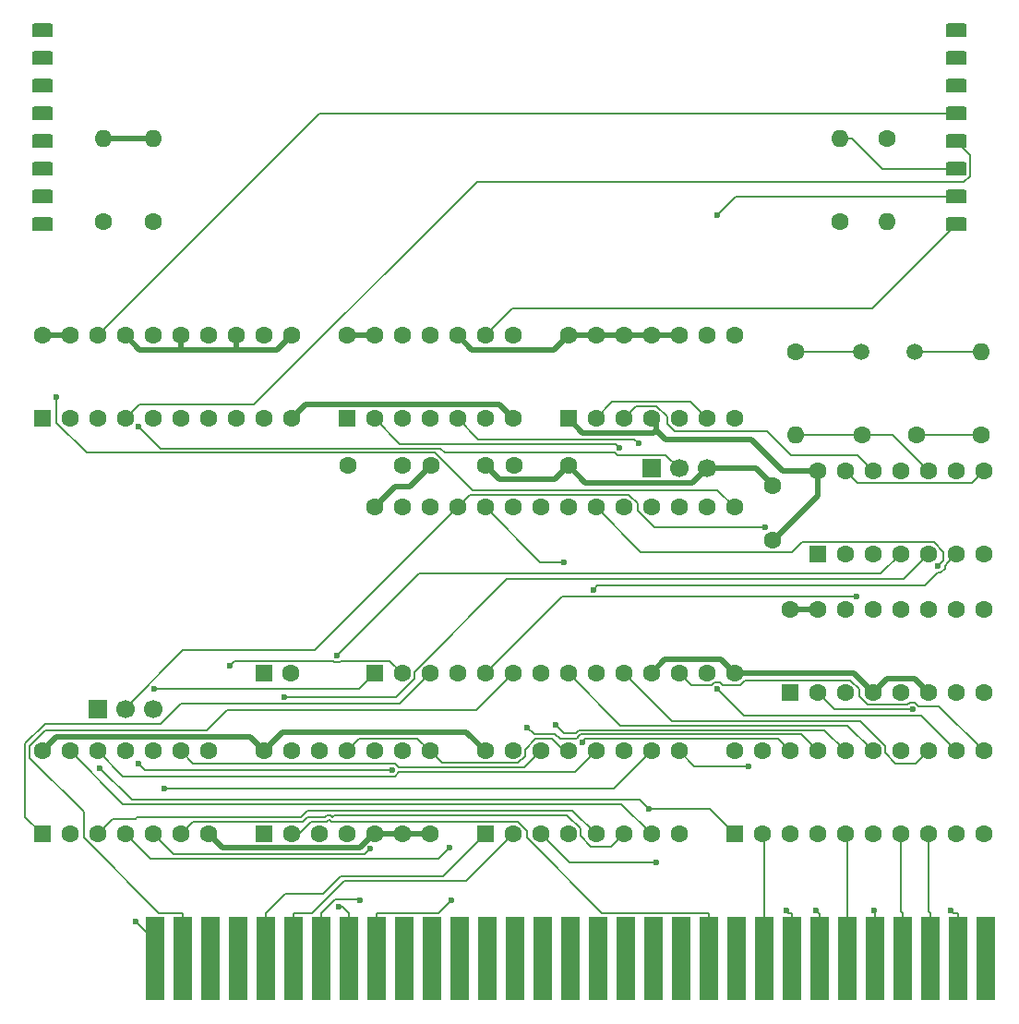
<source format=gbr>
%TF.GenerationSoftware,KiCad,Pcbnew,9.0.1*%
%TF.CreationDate,2025-07-02T19:30:22-06:00*%
%TF.ProjectId,transputer,7472616e-7370-4757-9465-722e6b696361,rev?*%
%TF.SameCoordinates,Original*%
%TF.FileFunction,Copper,L1,Top*%
%TF.FilePolarity,Positive*%
%FSLAX46Y46*%
G04 Gerber Fmt 4.6, Leading zero omitted, Abs format (unit mm)*
G04 Created by KiCad (PCBNEW 9.0.1) date 2025-07-02 19:30:22*
%MOMM*%
%LPD*%
G01*
G04 APERTURE LIST*
G04 Aperture macros list*
%AMRoundRect*
0 Rectangle with rounded corners*
0 $1 Rounding radius*
0 $2 $3 $4 $5 $6 $7 $8 $9 X,Y pos of 4 corners*
0 Add a 4 corners polygon primitive as box body*
4,1,4,$2,$3,$4,$5,$6,$7,$8,$9,$2,$3,0*
0 Add four circle primitives for the rounded corners*
1,1,$1+$1,$2,$3*
1,1,$1+$1,$4,$5*
1,1,$1+$1,$6,$7*
1,1,$1+$1,$8,$9*
0 Add four rect primitives between the rounded corners*
20,1,$1+$1,$2,$3,$4,$5,0*
20,1,$1+$1,$4,$5,$6,$7,0*
20,1,$1+$1,$6,$7,$8,$9,0*
20,1,$1+$1,$8,$9,$2,$3,0*%
G04 Aperture macros list end*
%TA.AperFunction,ComponentPad*%
%ADD10C,1.600000*%
%TD*%
%TA.AperFunction,ComponentPad*%
%ADD11O,1.600000X1.600000*%
%TD*%
%TA.AperFunction,ComponentPad*%
%ADD12RoundRect,0.250000X0.550000X-0.550000X0.550000X0.550000X-0.550000X0.550000X-0.550000X-0.550000X0*%
%TD*%
%TA.AperFunction,ComponentPad*%
%ADD13RoundRect,0.190500X-0.762000X-0.444500X0.762000X-0.444500X0.762000X0.444500X-0.762000X0.444500X0*%
%TD*%
%TA.AperFunction,ComponentPad*%
%ADD14R,1.700000X1.700000*%
%TD*%
%TA.AperFunction,ComponentPad*%
%ADD15C,1.700000*%
%TD*%
%TA.AperFunction,ComponentPad*%
%ADD16R,1.600000X1.600000*%
%TD*%
%TA.AperFunction,ComponentPad*%
%ADD17C,1.500000*%
%TD*%
%TA.AperFunction,ConnectorPad*%
%ADD18R,1.778000X7.620000*%
%TD*%
%TA.AperFunction,ViaPad*%
%ADD19C,0.600000*%
%TD*%
%TA.AperFunction,Conductor*%
%ADD20C,0.200000*%
%TD*%
%TA.AperFunction,Conductor*%
%ADD21C,0.500000*%
%TD*%
G04 APERTURE END LIST*
D10*
%TO.P,R2,1*%
%TO.N,Net-(C1-Pad2)*%
X190246000Y-82804000D03*
D11*
%TO.P,R2,2*%
%TO.N,Net-(R2-Pad2)*%
X190246000Y-75184000D03*
%TD*%
D10*
%TO.P,C1,1*%
%TO.N,Net-(C1-Pad1)*%
X179364000Y-82804000D03*
%TO.P,C1,2*%
%TO.N,Net-(C1-Pad2)*%
X184364000Y-82804000D03*
%TD*%
D12*
%TO.P,U3,1,A0*%
%TO.N,Net-(J1-BA04)*%
X144780000Y-119375000D03*
D10*
%TO.P,U3,2,A1*%
%TO.N,Net-(J1-BA05)*%
X147320000Y-119375000D03*
%TO.P,U3,3,A2*%
%TO.N,Net-(J1-~{IOW})*%
X149860000Y-119375000D03*
%TO.P,U3,4,E1*%
%TO.N,Net-(U3-E1)*%
X152400000Y-119375000D03*
%TO.P,U3,5,E2*%
%TO.N,Net-(U3-E2)*%
X154940000Y-119375000D03*
%TO.P,U3,6,E3*%
%TO.N,Net-(U3-E3)*%
X157480000Y-119375000D03*
%TO.P,U3,7,O7*%
%TO.N,Net-(U3-O7)*%
X160020000Y-119375000D03*
%TO.P,U3,8,GND*%
%TO.N,GND*%
X162560000Y-119375000D03*
%TO.P,U3,9,O6*%
%TO.N,Net-(U3-O6)*%
X162560000Y-111755000D03*
%TO.P,U3,10,O5*%
%TO.N,Net-(U3-O5)*%
X160020000Y-111755000D03*
%TO.P,U3,11,O4*%
%TO.N,unconnected-(U3-O4-Pad11)*%
X157480000Y-111755000D03*
%TO.P,U3,12,O3*%
%TO.N,Net-(U3-O3)*%
X154940000Y-111755000D03*
%TO.P,U3,13,O2*%
%TO.N,Net-(U3-O2)*%
X152400000Y-111755000D03*
%TO.P,U3,14,O1*%
%TO.N,Net-(U3-O1)*%
X149860000Y-111755000D03*
%TO.P,U3,15,O0*%
%TO.N,unconnected-(U3-O0-Pad15)*%
X147320000Y-111755000D03*
%TO.P,U3,16,VCC*%
%TO.N,+5V*%
X144780000Y-111755000D03*
%TD*%
D13*
%TO.P,U8,1,Link2out*%
%TO.N,unconnected-(U8-Link2out-Pad1)*%
X104140000Y-45720000D03*
%TO.P,U8,2,Link2in*%
%TO.N,Net-(U8-Link2in)*%
X104140000Y-48260000D03*
%TO.P,U8,3,VCC*%
%TO.N,+5V*%
X104140000Y-50800000D03*
%TO.P,U8,4,Link1out*%
%TO.N,unconnected-(U8-Link1out-Pad4)*%
X104140000Y-53340000D03*
%TO.P,U8,5,Link1in*%
%TO.N,Net-(U8-Link1in)*%
X104140000Y-55880000D03*
%TO.P,U8,6,LinkSpeedA*%
%TO.N,Net-(JP1-C)*%
X104140000Y-58420000D03*
%TO.P,U8,7,LinkSpeedB*%
X104140000Y-60960000D03*
%TO.P,U8,8,ClockIn*%
%TO.N,/5 mhz.*%
X104140000Y-63500000D03*
%TO.P,U8,9,Analyse*%
%TO.N,Net-(U7B-Q)*%
X187960000Y-63500000D03*
%TO.P,U8,10,Reset*%
%TO.N,Net-(U11-Reset)*%
X187960000Y-60960000D03*
%TO.P,U8,11,notError*%
%TO.N,Net-(U6-I1)*%
X187960000Y-58420000D03*
%TO.P,U8,12,Link0out*%
%TO.N,Net-(U10-I1a)*%
X187960000Y-55880000D03*
%TO.P,U8,13,Link0in*%
%TO.N,Net-(U10-O0a)*%
X187960000Y-53340000D03*
%TO.P,U8,14,GND*%
%TO.N,GND*%
X187960000Y-50800000D03*
%TO.P,U8,15,Link3out*%
%TO.N,unconnected-(U8-Link3out-Pad15)*%
X187960000Y-48260000D03*
%TO.P,U8,16,Link3in*%
%TO.N,Net-(U8-Link3in)*%
X187960000Y-45720000D03*
%TD*%
D14*
%TO.P,JP2,1,A*%
%TO.N,/0150h*%
X109220000Y-107950000D03*
D15*
%TO.P,JP2,2,C*%
%TO.N,Net-(JP2-C)*%
X111760000Y-107950000D03*
%TO.P,JP2,3,B*%
%TO.N,/0170h*%
X114300000Y-107950000D03*
%TD*%
D12*
%TO.P,U6,1,OEa*%
%TO.N,Net-(U3-O6)*%
X172720000Y-106421000D03*
D10*
%TO.P,U6,2,I1*%
%TO.N,Net-(U6-I1)*%
X175260000Y-106421000D03*
%TO.P,U6,3,O1a*%
%TO.N,Net-(J1-DB0)*%
X177800000Y-106421000D03*
%TO.P,U6,4,I2*%
%TO.N,GND*%
X180340000Y-106421000D03*
%TO.P,U6,5,O2a*%
%TO.N,unconnected-(U6-O2a-Pad5)*%
X182880000Y-106421000D03*
%TO.P,U6,6,I3*%
%TO.N,GND*%
X185420000Y-106421000D03*
%TO.P,U6,7,O3a*%
%TO.N,unconnected-(U6-O3a-Pad7)*%
X187960000Y-106421000D03*
%TO.P,U6,8,GND*%
%TO.N,GND*%
X190500000Y-106421000D03*
%TO.P,U6,9,O4a*%
%TO.N,unconnected-(U6-O4a-Pad9)*%
X190500000Y-98801000D03*
%TO.P,U6,10,I4*%
%TO.N,GND*%
X187960000Y-98801000D03*
%TO.P,U6,11,O5b*%
%TO.N,unconnected-(U6-O5b-Pad11)*%
X185420000Y-98801000D03*
%TO.P,U6,12,I5*%
%TO.N,GND*%
X182880000Y-98801000D03*
%TO.P,U6,13,O6b*%
%TO.N,unconnected-(U6-O6b-Pad13)*%
X180340000Y-98801000D03*
%TO.P,U6,14,I6*%
%TO.N,GND*%
X177800000Y-98801000D03*
%TO.P,U6,15,OEb*%
%TO.N,+5V*%
X175260000Y-98801000D03*
%TO.P,U6,16,VCC*%
X172720000Y-98801000D03*
%TD*%
%TO.P,R3,1*%
%TO.N,Net-(U8-Link2in)*%
X114300000Y-63246000D03*
D11*
%TO.P,R3,2*%
%TO.N,GND*%
X114300000Y-55626000D03*
%TD*%
D12*
%TO.P,U10,1,OEa*%
%TO.N,GND*%
X104140000Y-81280000D03*
D10*
%TO.P,U10,2,I0a*%
%TO.N,Net-(U10-I0a)*%
X106680000Y-81280000D03*
%TO.P,U10,3,O3b*%
%TO.N,unconnected-(U10-O3b-Pad3)*%
X109220000Y-81280000D03*
%TO.P,U10,4,I1a*%
%TO.N,Net-(U10-I1a)*%
X111760000Y-81280000D03*
%TO.P,U10,5,O2b*%
%TO.N,unconnected-(U10-O2b-Pad5)*%
X114300000Y-81280000D03*
%TO.P,U10,6,I2a*%
%TO.N,GND*%
X116840000Y-81280000D03*
%TO.P,U10,7,O1b*%
%TO.N,unconnected-(U10-O1b-Pad7)*%
X119380000Y-81280000D03*
%TO.P,U10,8,I3a*%
%TO.N,GND*%
X121920000Y-81280000D03*
%TO.P,U10,9,O0b*%
%TO.N,unconnected-(U10-O0b-Pad9)*%
X124460000Y-81280000D03*
%TO.P,U10,10,GND*%
%TO.N,GND*%
X127000000Y-81280000D03*
%TO.P,U10,11,I0b*%
X127000000Y-73660000D03*
%TO.P,U10,12,O3a*%
%TO.N,unconnected-(U10-O3a-Pad12)*%
X124460000Y-73660000D03*
%TO.P,U10,13,I1b*%
%TO.N,GND*%
X121920000Y-73660000D03*
%TO.P,U10,14,O2a*%
%TO.N,unconnected-(U10-O2a-Pad14)*%
X119380000Y-73660000D03*
%TO.P,U10,15,I2b*%
%TO.N,GND*%
X116840000Y-73660000D03*
%TO.P,U10,16,O1a*%
%TO.N,Net-(U10-O1a)*%
X114300000Y-73660000D03*
%TO.P,U10,17,I3b*%
%TO.N,GND*%
X111760000Y-73660000D03*
%TO.P,U10,18,O0a*%
%TO.N,Net-(U10-O0a)*%
X109220000Y-73660000D03*
%TO.P,U10,19,OEb*%
%TO.N,+5V*%
X106680000Y-73660000D03*
%TO.P,U10,20,VCC*%
X104140000Y-73660000D03*
%TD*%
%TO.P,R1,1*%
%TO.N,Net-(R1-Pad1)*%
X173228000Y-75184000D03*
D11*
%TO.P,R1,2*%
%TO.N,Net-(C1-Pad1)*%
X173228000Y-82804000D03*
%TD*%
D14*
%TO.P,JP1,1,A*%
%TO.N,+5V*%
X160020000Y-85852000D03*
D15*
%TO.P,JP1,2,C*%
%TO.N,Net-(JP1-C)*%
X162560000Y-85852000D03*
%TO.P,JP1,3,B*%
%TO.N,GND*%
X165100000Y-85852000D03*
%TD*%
D12*
%TO.P,U2,1*%
%TO.N,Net-(J1-~{IOW})*%
X104140000Y-119375000D03*
D10*
%TO.P,U2,2*%
%TO.N,Net-(J1-~{IOR})*%
X106680000Y-119375000D03*
%TO.P,U2,3*%
%TO.N,Net-(U3-E2)*%
X109220000Y-119375000D03*
%TO.P,U2,4*%
%TO.N,Net-(J1-BA08)*%
X111760000Y-119375000D03*
%TO.P,U2,5*%
%TO.N,Net-(J1-BA06)*%
X114300000Y-119375000D03*
%TO.P,U2,6*%
%TO.N,Net-(U3-E3)*%
X116840000Y-119375000D03*
%TO.P,U2,7,GND*%
%TO.N,GND*%
X119380000Y-119375000D03*
%TO.P,U2,8*%
%TO.N,/0150h*%
X119380000Y-111755000D03*
%TO.P,U2,9*%
%TO.N,Net-(U3-O1)*%
X116840000Y-111755000D03*
%TO.P,U2,10*%
%TO.N,Net-(U3-O5)*%
X114300000Y-111755000D03*
%TO.P,U2,11*%
%TO.N,/0170h*%
X111760000Y-111755000D03*
%TO.P,U2,12*%
%TO.N,Net-(U3-O3)*%
X109220000Y-111755000D03*
%TO.P,U2,13*%
%TO.N,Net-(U3-O7)*%
X106680000Y-111755000D03*
%TO.P,U2,14,VCC*%
%TO.N,+5V*%
X104140000Y-111755000D03*
%TD*%
%TO.P,C5,1*%
%TO.N,+5V*%
X171150000Y-92416000D03*
%TO.P,C5,2*%
%TO.N,GND*%
X171150000Y-87416000D03*
%TD*%
D16*
%TO.P,C6,1*%
%TO.N,+5V*%
X124460000Y-104648000D03*
D10*
%TO.P,C6,2*%
%TO.N,GND*%
X126960000Y-104648000D03*
%TD*%
%TO.P,C4,1*%
%TO.N,+5V*%
X147400000Y-85598000D03*
%TO.P,C4,2*%
%TO.N,GND*%
X152400000Y-85598000D03*
%TD*%
D12*
%TO.P,U5,1*%
%TO.N,GND*%
X175260000Y-93726000D03*
D10*
%TO.P,U5,2*%
%TO.N,unconnected-(U5-Pad2)*%
X177800000Y-93726000D03*
%TO.P,U5,3*%
%TO.N,Net-(J1-BA00)*%
X180340000Y-93726000D03*
%TO.P,U5,4*%
%TO.N,Net-(U4-Pad12)*%
X182880000Y-93726000D03*
%TO.P,U5,5*%
%TO.N,Net-(U4-Pad1)*%
X185420000Y-93726000D03*
%TO.P,U5,6*%
%TO.N,Net-(U3-E1)*%
X187960000Y-93726000D03*
%TO.P,U5,7,GND*%
%TO.N,GND*%
X190500000Y-93726000D03*
%TO.P,U5,8*%
%TO.N,Net-(R2-Pad2)*%
X190500000Y-86106000D03*
%TO.P,U5,9*%
%TO.N,Net-(C1-Pad2)*%
X187960000Y-86106000D03*
%TO.P,U5,10*%
%TO.N,Net-(C1-Pad1)*%
X185420000Y-86106000D03*
%TO.P,U5,11*%
%TO.N,Net-(R1-Pad1)*%
X182880000Y-86106000D03*
%TO.P,U5,12*%
%TO.N,Net-(U9A-C)*%
X180340000Y-86106000D03*
%TO.P,U5,13*%
%TO.N,Net-(R2-Pad2)*%
X177800000Y-86106000D03*
%TO.P,U5,14,VCC*%
%TO.N,+5V*%
X175260000Y-86106000D03*
%TD*%
%TO.P,C2,1*%
%TO.N,+5V*%
X132160000Y-85598000D03*
%TO.P,C2,2*%
%TO.N,Net-(U11-CapMinus)*%
X137160000Y-85598000D03*
%TD*%
%TO.P,R6,1*%
%TO.N,+5V*%
X177292000Y-63246000D03*
D11*
%TO.P,R6,2*%
%TO.N,Net-(U6-I1)*%
X177292000Y-55626000D03*
%TD*%
D12*
%TO.P,U1,1,A->B*%
%TO.N,Net-(J1-~{IOR})*%
X167640000Y-119380000D03*
D10*
%TO.P,U1,2,A0*%
%TO.N,Net-(J1-DB0)*%
X170180000Y-119380000D03*
%TO.P,U1,3,A1*%
%TO.N,Net-(J1-DB1)*%
X172720000Y-119380000D03*
%TO.P,U1,4,A2*%
%TO.N,Net-(J1-DB2)*%
X175260000Y-119380000D03*
%TO.P,U1,5,A3*%
%TO.N,Net-(J1-DB3)*%
X177800000Y-119380000D03*
%TO.P,U1,6,A4*%
%TO.N,Net-(J1-DB4)*%
X180340000Y-119380000D03*
%TO.P,U1,7,A5*%
%TO.N,Net-(J1-DB5)*%
X182880000Y-119380000D03*
%TO.P,U1,8,A6*%
%TO.N,Net-(J1-DB6)*%
X185420000Y-119380000D03*
%TO.P,U1,9,A7*%
%TO.N,Net-(J1-DB7)*%
X187960000Y-119380000D03*
%TO.P,U1,10,GND*%
%TO.N,GND*%
X190500000Y-119380000D03*
%TO.P,U1,11,B7*%
%TO.N,Net-(U1-B7)*%
X190500000Y-111760000D03*
%TO.P,U1,12,B6*%
%TO.N,Net-(U1-B6)*%
X187960000Y-111760000D03*
%TO.P,U1,13,B5*%
%TO.N,Net-(U1-B5)*%
X185420000Y-111760000D03*
%TO.P,U1,14,B4*%
%TO.N,Net-(U1-B4)*%
X182880000Y-111760000D03*
%TO.P,U1,15,B3*%
%TO.N,Net-(U1-B3)*%
X180340000Y-111760000D03*
%TO.P,U1,16,B2*%
%TO.N,Net-(U1-B2)*%
X177800000Y-111760000D03*
%TO.P,U1,17,B1*%
%TO.N,Net-(U1-B1)*%
X175260000Y-111760000D03*
%TO.P,U1,18,B0*%
%TO.N,Net-(U1-B0)*%
X172720000Y-111760000D03*
%TO.P,U1,19,CE*%
%TO.N,Net-(JP2-C)*%
X170180000Y-111760000D03*
%TO.P,U1,20,VCC*%
%TO.N,+5V*%
X167640000Y-111760000D03*
%TD*%
%TO.P,R4,1*%
%TO.N,Net-(U8-Link1in)*%
X109728000Y-63246000D03*
D11*
%TO.P,R4,2*%
%TO.N,GND*%
X109728000Y-55626000D03*
%TD*%
D12*
%TO.P,U4,1*%
%TO.N,Net-(U4-Pad1)*%
X124460000Y-119375000D03*
D10*
%TO.P,U4,2*%
%TO.N,Net-(J1-AEN)*%
X127000000Y-119375000D03*
%TO.P,U4,3*%
%TO.N,Net-(J1-BA07)*%
X129540000Y-119375000D03*
%TO.P,U4,4*%
%TO.N,unconnected-(U4-Pad4)*%
X132080000Y-119375000D03*
%TO.P,U4,5*%
%TO.N,GND*%
X134620000Y-119375000D03*
%TO.P,U4,6*%
X137160000Y-119375000D03*
%TO.P,U4,7,GND*%
X139700000Y-119375000D03*
%TO.P,U4,8*%
%TO.N,Net-(U3-O2)*%
X139700000Y-111755000D03*
%TO.P,U4,9*%
%TO.N,Net-(J1-BA00)*%
X137160000Y-111755000D03*
%TO.P,U4,10*%
%TO.N,Net-(U7A-C)*%
X134620000Y-111755000D03*
%TO.P,U4,11*%
%TO.N,Net-(U3-O2)*%
X132080000Y-111755000D03*
%TO.P,U4,12*%
%TO.N,Net-(U4-Pad12)*%
X129540000Y-111755000D03*
%TO.P,U4,13*%
%TO.N,Net-(U7B-C)*%
X127000000Y-111755000D03*
%TO.P,U4,14,VCC*%
%TO.N,+5V*%
X124460000Y-111755000D03*
%TD*%
D17*
%TO.P,Y1,1,1*%
%TO.N,Net-(R1-Pad1)*%
X179270000Y-75184000D03*
%TO.P,Y1,2,2*%
%TO.N,Net-(R2-Pad2)*%
X184150000Y-75184000D03*
%TD*%
D10*
%TO.P,R5,1*%
%TO.N,Net-(U8-Link3in)*%
X181610000Y-55626000D03*
D11*
%TO.P,R5,2*%
%TO.N,GND*%
X181610000Y-63246000D03*
%TD*%
D12*
%TO.P,U9,1,~{R}*%
%TO.N,+5V*%
X152400000Y-81280000D03*
D10*
%TO.P,U9,2,D*%
%TO.N,Net-(U9A-D)*%
X154940000Y-81280000D03*
%TO.P,U9,3,C*%
%TO.N,Net-(U9A-C)*%
X157480000Y-81280000D03*
%TO.P,U9,4,~{S}*%
%TO.N,+5V*%
X160020000Y-81280000D03*
%TO.P,U9,5,Q*%
%TO.N,/5 mhz.*%
X162560000Y-81280000D03*
%TO.P,U9,6,~{Q}*%
%TO.N,Net-(U9A-D)*%
X165100000Y-81280000D03*
%TO.P,U9,7,GND*%
%TO.N,GND*%
X167640000Y-81280000D03*
%TO.P,U9,8,~{Q}*%
%TO.N,unconnected-(U9B-~{Q}-Pad8)*%
X167640000Y-73660000D03*
%TO.P,U9,9,Q*%
%TO.N,unconnected-(U9B-Q-Pad9)*%
X165100000Y-73660000D03*
%TO.P,U9,10,~{S}*%
%TO.N,+5V*%
X162560000Y-73660000D03*
%TO.P,U9,11,C*%
X160020000Y-73660000D03*
%TO.P,U9,12,D*%
X157480000Y-73660000D03*
%TO.P,U9,13,~{R}*%
X154940000Y-73660000D03*
%TO.P,U9,14,VCC*%
X152400000Y-73660000D03*
%TD*%
D12*
%TO.P,U11,1,LinkOut*%
%TO.N,Net-(U10-I0a)*%
X134620000Y-104648000D03*
D10*
%TO.P,U11,2,LinkIn*%
%TO.N,Net-(U10-O1a)*%
X137160000Y-104648000D03*
%TO.P,U11,3,RnotW*%
%TO.N,Net-(J1-~{IOW})*%
X139700000Y-104648000D03*
%TO.P,U11,4,OutputInt*%
%TO.N,unconnected-(U11-OutputInt-Pad4)*%
X142240000Y-104648000D03*
%TO.P,U11,5,RS0*%
%TO.N,Net-(J1-BA00)*%
X144780000Y-104648000D03*
%TO.P,U11,6,RS1*%
%TO.N,Net-(J1-BA01)*%
X147320000Y-104648000D03*
%TO.P,U11,7,DoNotWire*%
%TO.N,unconnected-(U11-DoNotWire-Pad7)*%
X149860000Y-104648000D03*
%TO.P,U11,8,D3*%
%TO.N,Net-(U1-B3)*%
X152400000Y-104648000D03*
%TO.P,U11,9,DoNotWire*%
%TO.N,unconnected-(U11-DoNotWire-Pad9)*%
X154940000Y-104648000D03*
%TO.P,U11,10,D5*%
%TO.N,Net-(U1-B5)*%
X157480000Y-104648000D03*
%TO.P,U11,11,HoldToGND*%
%TO.N,GND*%
X160020000Y-104648000D03*
%TO.P,U11,12,D7*%
%TO.N,Net-(U1-B7)*%
X162560000Y-104648000D03*
%TO.P,U11,13,Reset*%
%TO.N,Net-(U11-Reset)*%
X165100000Y-104648000D03*
%TO.P,U11,14,GND*%
%TO.N,GND*%
X167640000Y-104648000D03*
%TO.P,U11,15,ClockIn*%
%TO.N,/5 mhz.*%
X167640000Y-89408000D03*
%TO.P,U11,16,SeparateIQ*%
%TO.N,GND*%
X165100000Y-89408000D03*
%TO.P,U11,17,LinkSpeed*%
%TO.N,Net-(JP1-C)*%
X162560000Y-89408000D03*
%TO.P,U11,18,D6*%
%TO.N,Net-(U1-B6)*%
X160020000Y-89408000D03*
%TO.P,U11,19,DoNotWire*%
%TO.N,unconnected-(U11-DoNotWire-Pad19)*%
X157480000Y-89408000D03*
%TO.P,U11,20,D4*%
%TO.N,Net-(U1-B4)*%
X154940000Y-89408000D03*
%TO.P,U11,21,DoNotWire*%
%TO.N,unconnected-(U11-DoNotWire-Pad21)*%
X152400000Y-89408000D03*
%TO.P,U11,22,D2*%
%TO.N,Net-(U1-B2)*%
X149860000Y-89408000D03*
%TO.P,U11,23,D1*%
%TO.N,Net-(U1-B1)*%
X147320000Y-89408000D03*
%TO.P,U11,24,D0*%
%TO.N,Net-(U1-B0)*%
X144780000Y-89408000D03*
%TO.P,U11,25,notCS*%
%TO.N,Net-(JP2-C)*%
X142240000Y-89408000D03*
%TO.P,U11,26,InputInt*%
%TO.N,unconnected-(U11-InputInt-Pad26)*%
X139700000Y-89408000D03*
%TO.P,U11,27,CapMinus*%
%TO.N,Net-(U11-CapMinus)*%
X137160000Y-89408000D03*
%TO.P,U11,28,VCC*%
%TO.N,+5V*%
X134620000Y-89408000D03*
%TD*%
D12*
%TO.P,U7,1,~{R}*%
%TO.N,+5V*%
X132080000Y-81280000D03*
D10*
%TO.P,U7,2,D*%
%TO.N,Net-(J1-DB0)*%
X134620000Y-81280000D03*
%TO.P,U7,3,C*%
%TO.N,Net-(U7A-C)*%
X137160000Y-81280000D03*
%TO.P,U7,4,~{S}*%
%TO.N,+5V*%
X139700000Y-81280000D03*
%TO.P,U7,5,Q*%
%TO.N,Net-(U11-Reset)*%
X142240000Y-81280000D03*
%TO.P,U7,6,~{Q}*%
%TO.N,unconnected-(U7A-~{Q}-Pad6)*%
X144780000Y-81280000D03*
%TO.P,U7,7,GND*%
%TO.N,GND*%
X147320000Y-81280000D03*
%TO.P,U7,8,~{Q}*%
%TO.N,unconnected-(U7B-~{Q}-Pad8)*%
X147320000Y-73660000D03*
%TO.P,U7,9,Q*%
%TO.N,Net-(U7B-Q)*%
X144780000Y-73660000D03*
%TO.P,U7,10,~{S}*%
%TO.N,+5V*%
X142240000Y-73660000D03*
%TO.P,U7,11,C*%
%TO.N,Net-(U7B-C)*%
X139700000Y-73660000D03*
%TO.P,U7,12,D*%
%TO.N,Net-(J1-DB0)*%
X137160000Y-73660000D03*
%TO.P,U7,13,~{R}*%
%TO.N,+5V*%
X134620000Y-73660000D03*
%TO.P,U7,14,VCC*%
X132080000Y-73660000D03*
%TD*%
%TO.P,C3,1*%
%TO.N,+5V*%
X139780000Y-85598000D03*
%TO.P,C3,2*%
%TO.N,GND*%
X144780000Y-85598000D03*
%TD*%
D18*
%TO.P,J1,32,IO*%
%TO.N,unconnected-(J1-IO-Pad32)*%
X190690000Y-130750000D03*
%TO.P,J1,33,DB7*%
%TO.N,Net-(J1-DB7)*%
X188150000Y-130750000D03*
%TO.P,J1,34,DB6*%
%TO.N,Net-(J1-DB6)*%
X185610000Y-130750000D03*
%TO.P,J1,35,DB5*%
%TO.N,Net-(J1-DB5)*%
X183070000Y-130750000D03*
%TO.P,J1,36,DB4*%
%TO.N,Net-(J1-DB4)*%
X180530000Y-130750000D03*
%TO.P,J1,37,DB3*%
%TO.N,Net-(J1-DB3)*%
X177990000Y-130750000D03*
%TO.P,J1,38,DB2*%
%TO.N,Net-(J1-DB2)*%
X175450000Y-130750000D03*
%TO.P,J1,39,DB1*%
%TO.N,Net-(J1-DB1)*%
X172910000Y-130750000D03*
%TO.P,J1,40,DB0*%
%TO.N,Net-(J1-DB0)*%
X170370000Y-130750000D03*
%TO.P,J1,41,IO_READY*%
%TO.N,unconnected-(J1-IO_READY-Pad41)*%
X167830000Y-130750000D03*
%TO.P,J1,42,AEN*%
%TO.N,Net-(J1-AEN)*%
X165290000Y-130750000D03*
%TO.P,J1,43,BA19*%
%TO.N,unconnected-(J1-BA19-Pad43)*%
X162750000Y-130750000D03*
%TO.P,J1,44,BA18*%
%TO.N,unconnected-(J1-BA18-Pad44)*%
X160210000Y-130750000D03*
%TO.P,J1,45,BA17*%
%TO.N,unconnected-(J1-BA17-Pad45)*%
X157670000Y-130750000D03*
%TO.P,J1,46,BA16*%
%TO.N,unconnected-(J1-BA16-Pad46)*%
X155130000Y-130750000D03*
%TO.P,J1,47,BA15*%
%TO.N,unconnected-(J1-BA15-Pad47)*%
X152590000Y-130750000D03*
%TO.P,J1,48,BA14*%
%TO.N,unconnected-(J1-BA14-Pad48)*%
X150050000Y-130750000D03*
%TO.P,J1,49,BA13*%
%TO.N,unconnected-(J1-BA13-Pad49)*%
X147510000Y-130750000D03*
%TO.P,J1,50,BA12*%
%TO.N,unconnected-(J1-BA12-Pad50)*%
X144970000Y-130750000D03*
%TO.P,J1,51,BA11*%
%TO.N,unconnected-(J1-BA11-Pad51)*%
X142430000Y-130750000D03*
%TO.P,J1,52,BA10*%
%TO.N,unconnected-(J1-BA10-Pad52)*%
X139890000Y-130750000D03*
%TO.P,J1,53,BA09*%
%TO.N,unconnected-(J1-BA09-Pad53)*%
X137350000Y-130750000D03*
%TO.P,J1,54,BA08*%
%TO.N,Net-(J1-BA08)*%
X134810000Y-130750000D03*
%TO.P,J1,55,BA07*%
%TO.N,Net-(J1-BA07)*%
X132270000Y-130750000D03*
%TO.P,J1,56,BA06*%
%TO.N,Net-(J1-BA06)*%
X129730000Y-130750000D03*
%TO.P,J1,57,BA05*%
%TO.N,Net-(J1-BA05)*%
X127190000Y-130750000D03*
%TO.P,J1,58,BA04*%
%TO.N,Net-(J1-BA04)*%
X124650000Y-130750000D03*
%TO.P,J1,59,BA03*%
%TO.N,unconnected-(J1-BA03-Pad59)*%
X122110000Y-130750000D03*
%TO.P,J1,60,BA02*%
%TO.N,unconnected-(J1-BA02-Pad60)*%
X119570000Y-130750000D03*
%TO.P,J1,61,BA01*%
%TO.N,Net-(J1-BA01)*%
X117030000Y-130750000D03*
%TO.P,J1,62,BA00*%
%TO.N,Net-(J1-BA00)*%
X114490000Y-130750000D03*
%TD*%
D19*
%TO.N,Net-(U6-I1)*%
X183971500Y-107939900D03*
%TO.N,Net-(U1-B6)*%
X166075300Y-106085400D03*
%TO.N,Net-(J1-~{IOW})*%
X160481100Y-121998600D03*
%TO.N,Net-(U11-Reset)*%
X166075300Y-62611600D03*
X158881200Y-83583000D03*
%TO.N,Net-(J1-BA00)*%
X136246300Y-113488100D03*
X178873400Y-97558100D03*
X112685500Y-127362000D03*
X112994700Y-112954100D03*
%TO.N,Net-(U10-O1a)*%
X121330200Y-103963000D03*
%TO.N,Net-(U1-B0)*%
X153670100Y-110963800D03*
X151979700Y-94468700D03*
%TO.N,Net-(U10-I0a)*%
X114408000Y-106053500D03*
%TO.N,Net-(JP1-C)*%
X112994700Y-81983800D03*
%TO.N,/5 mhz.*%
X105428800Y-79302200D03*
%TO.N,Net-(U1-B1)*%
X148660400Y-109593100D03*
%TO.N,Net-(U1-B2)*%
X151207100Y-109392200D03*
%TO.N,Net-(U1-B4)*%
X186338200Y-94807800D03*
%TO.N,Net-(JP2-C)*%
X170472800Y-91251500D03*
%TO.N,Net-(J1-~{IOR})*%
X109432900Y-113303500D03*
X159829000Y-117100900D03*
%TO.N,Net-(J1-DB1)*%
X172395800Y-126415200D03*
%TO.N,Net-(J1-DB2)*%
X175157200Y-126415200D03*
%TO.N,Net-(J1-DB7)*%
X187473000Y-126415200D03*
%TO.N,Net-(J1-DB4)*%
X180458700Y-126415200D03*
%TO.N,Net-(U3-O6)*%
X168981200Y-113150500D03*
%TO.N,Net-(U3-O5)*%
X115366000Y-115175900D03*
%TO.N,Net-(U3-E1)*%
X154702600Y-96978300D03*
%TO.N,Net-(J1-BA06)*%
X134245200Y-120736400D03*
X133263400Y-125433400D03*
%TO.N,Net-(J1-BA08)*%
X141491800Y-120657100D03*
X141674800Y-125453100D03*
%TO.N,Net-(U4-Pad12)*%
X131172400Y-103025600D03*
%TO.N,Net-(J1-BA07)*%
X131380800Y-126015100D03*
%TO.N,Net-(U4-Pad1)*%
X126353100Y-106823500D03*
%TO.N,Net-(J1-DB0)*%
X157126600Y-84000800D03*
%TD*%
D20*
%TO.N,Net-(C1-Pad1)*%
X182118000Y-82804000D02*
X185420000Y-86106000D01*
X179364000Y-82804000D02*
X182118000Y-82804000D01*
X179364000Y-82804000D02*
X173228000Y-82804000D01*
%TO.N,Net-(R1-Pad1)*%
X179270000Y-75184000D02*
X173228000Y-75184000D01*
%TO.N,Net-(R2-Pad2)*%
X177800000Y-86106000D02*
X178911100Y-87217100D01*
X184150000Y-75184000D02*
X190246000Y-75184000D01*
X178911100Y-87217100D02*
X189388900Y-87217100D01*
X189388900Y-87217100D02*
X190500000Y-86106000D01*
%TO.N,Net-(C1-Pad2)*%
X190246000Y-82804000D02*
X184364000Y-82804000D01*
D21*
%TO.N,GND*%
X134620000Y-119375000D02*
X134543600Y-119375000D01*
X153978800Y-87176800D02*
X163775200Y-87176800D01*
X113063100Y-74963100D02*
X116840000Y-74963100D01*
X116840000Y-74963100D02*
X116840000Y-73660000D01*
X185420000Y-106421000D02*
X184158600Y-105159600D01*
X165100000Y-85852000D02*
X169632000Y-85852000D01*
X146059800Y-80019800D02*
X147320000Y-81280000D01*
X181601400Y-105159600D02*
X180340000Y-106421000D01*
X127000000Y-81280000D02*
X128260200Y-80019800D01*
X136955400Y-119375000D02*
X139700000Y-119375000D01*
X136955400Y-119375000D02*
X134620000Y-119375000D01*
X121920000Y-74963100D02*
X125696900Y-74963100D01*
X161272700Y-103395300D02*
X160020000Y-104648000D01*
X144780000Y-85598000D02*
X146056400Y-86874400D01*
X152400000Y-85598000D02*
X153978800Y-87176800D01*
X116840000Y-74963100D02*
X121920000Y-74963100D01*
X111760000Y-73660000D02*
X113063100Y-74963100D01*
X120660300Y-120655300D02*
X119380000Y-119375000D01*
X137160000Y-119375000D02*
X136955400Y-119375000D01*
X114300000Y-55626000D02*
X109728000Y-55626000D01*
X128260200Y-80019800D02*
X146059800Y-80019800D01*
X167640000Y-104648000D02*
X166387300Y-103395300D01*
X180340000Y-106421000D02*
X178567000Y-104648000D01*
X151123600Y-86874400D02*
X152400000Y-85598000D01*
X134543600Y-119375000D02*
X133263300Y-120655300D01*
X146056400Y-86874400D02*
X151123600Y-86874400D01*
X163775200Y-87176800D02*
X165100000Y-85852000D01*
X125696900Y-74963100D02*
X127000000Y-73660000D01*
X178567000Y-104648000D02*
X167640000Y-104648000D01*
X169632000Y-85852000D02*
X171196000Y-87416000D01*
X133263300Y-120655300D02*
X120660300Y-120655300D01*
X121920000Y-74963100D02*
X121920000Y-73660000D01*
X166387300Y-103395300D02*
X161272700Y-103395300D01*
X184158600Y-105159600D02*
X181601400Y-105159600D01*
D20*
%TO.N,Net-(U6-I1)*%
X178393700Y-55626000D02*
X181187700Y-58420000D01*
X181187700Y-58420000D02*
X187960000Y-58420000D01*
X177292000Y-55626000D02*
X178393700Y-55626000D01*
X183971500Y-107939900D02*
X183968300Y-107943100D01*
X176782100Y-107943100D02*
X175260000Y-106421000D01*
X183968300Y-107943100D02*
X176782100Y-107943100D01*
D21*
%TO.N,+5V*%
X171196000Y-92416000D02*
X175260000Y-88352000D01*
X162560000Y-73660000D02*
X160020000Y-73660000D01*
X160470000Y-82330200D02*
X161340600Y-83200800D01*
X175260000Y-98801000D02*
X172720000Y-98801000D01*
X136525000Y-87503000D02*
X137875000Y-87503000D01*
X143528700Y-74948700D02*
X151111300Y-74948700D01*
X134620000Y-89408000D02*
X136525000Y-87503000D01*
X157480000Y-73660000D02*
X154940000Y-73660000D01*
X169173200Y-83200800D02*
X172078400Y-86106000D01*
X153700600Y-82580600D02*
X160219600Y-82580600D01*
X160470000Y-81730000D02*
X160470000Y-82330200D01*
X137875000Y-87503000D02*
X139780000Y-85598000D01*
X151111300Y-74948700D02*
X152400000Y-73660000D01*
X143073800Y-110048800D02*
X144780000Y-111755000D01*
X152400000Y-81280000D02*
X153700600Y-82580600D01*
X172078400Y-86106000D02*
X175260000Y-86106000D01*
X126166200Y-110048800D02*
X143073800Y-110048800D01*
X154940000Y-73660000D02*
X152400000Y-73660000D01*
X104140000Y-111755000D02*
X105402700Y-110492300D01*
X161340600Y-83200800D02*
X169173200Y-83200800D01*
X123197300Y-110492300D02*
X124460000Y-111755000D01*
X160219600Y-82580600D02*
X160470000Y-82330200D01*
X142240000Y-73660000D02*
X143528700Y-74948700D01*
X124460000Y-111755000D02*
X126166200Y-110048800D01*
X104140000Y-73660000D02*
X106680000Y-73660000D01*
X160020000Y-81280000D02*
X160470000Y-81730000D01*
X175260000Y-88352000D02*
X175260000Y-86106000D01*
X157480000Y-73660000D02*
X160020000Y-73660000D01*
X132080000Y-73660000D02*
X134620000Y-73660000D01*
X105402700Y-110492300D02*
X123197300Y-110492300D01*
D20*
%TO.N,Net-(U1-B6)*%
X168534700Y-108544800D02*
X184744800Y-108544800D01*
X166075300Y-106085400D02*
X168534700Y-108544800D01*
X184744800Y-108544800D02*
X187960000Y-111760000D01*
%TO.N,Net-(U1-B3)*%
X178028200Y-109448200D02*
X180340000Y-111760000D01*
X152400000Y-104648000D02*
X157200200Y-109448200D01*
X157200200Y-109448200D02*
X178028200Y-109448200D01*
%TO.N,Net-(J1-~{IOW})*%
X102604500Y-117839500D02*
X102604500Y-111099800D01*
X102604500Y-111099800D02*
X104405700Y-109298600D01*
X152483600Y-121998600D02*
X149860000Y-119375000D01*
X104405700Y-109298600D02*
X114999300Y-109298600D01*
X136922800Y-107425200D02*
X139700000Y-104648000D01*
X114999300Y-109298600D02*
X116872700Y-107425200D01*
X160481100Y-121998600D02*
X152483600Y-121998600D01*
X116872700Y-107425200D02*
X136922800Y-107425200D01*
X104140000Y-119375000D02*
X102604500Y-117839500D01*
%TO.N,Net-(U11-Reset)*%
X167726900Y-60960000D02*
X187960000Y-60960000D01*
X158881200Y-83583000D02*
X158479500Y-83181300D01*
X144141300Y-83181300D02*
X142240000Y-81280000D01*
X158479500Y-83181300D02*
X144141300Y-83181300D01*
X166075300Y-62611600D02*
X167726900Y-60960000D01*
%TO.N,Net-(J1-BA00)*%
X151848000Y-97580000D02*
X178851500Y-97580000D01*
X178851500Y-97580000D02*
X178873400Y-97558100D01*
X144780000Y-104648000D02*
X151848000Y-97580000D01*
X136246300Y-113488100D02*
X113528700Y-113488100D01*
X112685500Y-127362000D02*
X114490000Y-129166500D01*
X114490000Y-129166500D02*
X114490000Y-130750000D01*
X113528700Y-113488100D02*
X112994700Y-112954100D01*
%TO.N,Net-(J1-BA01)*%
X103013400Y-111297100D02*
X104410200Y-109900300D01*
X107950100Y-117365100D02*
X103013400Y-112428400D01*
X117030000Y-126638300D02*
X114869500Y-126638300D01*
X104410200Y-109900300D02*
X119211000Y-109900300D01*
X121105100Y-108006200D02*
X143961800Y-108006200D01*
X119211000Y-109900300D02*
X121105100Y-108006200D01*
X103013400Y-112428400D02*
X103013400Y-111297100D01*
X114869500Y-126638300D02*
X107950100Y-119718900D01*
X117030000Y-130750000D02*
X117030000Y-126638300D01*
X143961800Y-108006200D02*
X147320000Y-104648000D01*
X107950100Y-119718900D02*
X107950100Y-117365100D01*
%TO.N,Net-(U10-O1a)*%
X136046100Y-103534100D02*
X137160000Y-104648000D01*
X121330200Y-103963000D02*
X121759100Y-103534100D01*
X131421600Y-103627300D02*
X131514800Y-103534100D01*
X130923300Y-103627300D02*
X131421600Y-103627300D01*
X130830100Y-103534100D02*
X130923300Y-103627300D01*
X131514800Y-103534100D02*
X136046100Y-103534100D01*
X121759100Y-103534100D02*
X130830100Y-103534100D01*
%TO.N,Net-(U1-B0)*%
X171613300Y-110653300D02*
X172720000Y-111760000D01*
X149840700Y-94468700D02*
X151979700Y-94468700D01*
X144780000Y-89408000D02*
X149840700Y-94468700D01*
X153670100Y-110963800D02*
X153980600Y-110653300D01*
X153980600Y-110653300D02*
X171613300Y-110653300D01*
%TO.N,Net-(U1-B7)*%
X186383100Y-107643100D02*
X184525600Y-107643100D01*
X165826200Y-105483700D02*
X165560200Y-105749700D01*
X190500000Y-111760000D02*
X186383100Y-107643100D01*
X183722400Y-107338200D02*
X183519200Y-107541400D01*
X168625700Y-105288600D02*
X168164600Y-105749700D01*
X168164600Y-105749700D02*
X166590500Y-105749700D01*
X166590500Y-105749700D02*
X166324500Y-105483700D01*
X163661700Y-105749700D02*
X162560000Y-104648000D01*
X179895500Y-107541400D02*
X179070000Y-106715900D01*
X183519200Y-107541400D02*
X179895500Y-107541400D01*
X179070000Y-106105500D02*
X178253100Y-105288600D01*
X166324500Y-105483700D02*
X165826200Y-105483700D01*
X178253100Y-105288600D02*
X168625700Y-105288600D01*
X184220700Y-107338200D02*
X183722400Y-107338200D01*
X184525600Y-107643100D02*
X184220700Y-107338200D01*
X165560200Y-105749700D02*
X163661700Y-105749700D01*
X179070000Y-106715900D02*
X179070000Y-106105500D01*
%TO.N,Net-(U10-I0a)*%
X133214500Y-106053500D02*
X114408000Y-106053500D01*
X134620000Y-104648000D02*
X133214500Y-106053500D01*
%TO.N,Net-(JP1-C)*%
X162560000Y-85852000D02*
X161310500Y-84602500D01*
X156693700Y-84418700D02*
X141048000Y-84418700D01*
X115027900Y-84017000D02*
X112994700Y-81983800D01*
X161310500Y-84602500D02*
X156877500Y-84602500D01*
X140646300Y-84017000D02*
X115027900Y-84017000D01*
X141048000Y-84418700D02*
X140646300Y-84017000D01*
X156877500Y-84602500D02*
X156693700Y-84418700D01*
%TO.N,Net-(U1-B5)*%
X184289000Y-112891000D02*
X182395900Y-112891000D01*
X181441700Y-111936800D02*
X181441700Y-111286600D01*
X182395900Y-112891000D02*
X181441700Y-111936800D01*
X179201600Y-109046500D02*
X161878500Y-109046500D01*
X185420000Y-111760000D02*
X184289000Y-112891000D01*
X161878500Y-109046500D02*
X157480000Y-104648000D01*
X181441700Y-111286600D02*
X179201600Y-109046500D01*
%TO.N,/5 mhz.*%
X143620900Y-87862800D02*
X166094800Y-87862800D01*
X105428800Y-81650000D02*
X108197500Y-84418700D01*
X140176800Y-84418700D02*
X143620900Y-87862800D01*
X108197500Y-84418700D02*
X140176800Y-84418700D01*
X166094800Y-87862800D02*
X167640000Y-89408000D01*
X105428800Y-79302200D02*
X105428800Y-81650000D01*
%TO.N,Net-(U1-B1)*%
X153503800Y-110251600D02*
X153268400Y-110487000D01*
X153268400Y-110487000D02*
X153268400Y-110514700D01*
X173751600Y-110251600D02*
X153503800Y-110251600D01*
X149258000Y-110190700D02*
X148660400Y-109593100D01*
X175260000Y-111760000D02*
X173751600Y-110251600D01*
X151194100Y-110190700D02*
X149258000Y-110190700D01*
X153268400Y-110514700D02*
X153129800Y-110653300D01*
X153129800Y-110653300D02*
X151656700Y-110653300D01*
X151656700Y-110653300D02*
X151194100Y-110190700D01*
%TO.N,Net-(U1-B2)*%
X151974200Y-110159300D02*
X151207100Y-109392200D01*
X153337500Y-109849900D02*
X153102100Y-110085300D01*
X177800000Y-111760000D02*
X175889900Y-109849900D01*
X153102100Y-110085300D02*
X153028100Y-110159300D01*
X175889900Y-109849900D02*
X153337500Y-109849900D01*
X153102100Y-110085300D02*
X153028100Y-110159300D01*
X153028100Y-110159300D02*
X151974200Y-110159300D01*
%TO.N,Net-(U1-B4)*%
X185929200Y-92598800D02*
X186831600Y-93501200D01*
X173844800Y-92598800D02*
X185929200Y-92598800D01*
X186831600Y-94314400D02*
X186338200Y-94807800D01*
X172913200Y-93530400D02*
X173844800Y-92598800D01*
X159062400Y-93530400D02*
X172913200Y-93530400D01*
X186831600Y-93501200D02*
X186831600Y-94314400D01*
X154940000Y-89408000D02*
X159062400Y-93530400D01*
%TO.N,Net-(U10-O0a)*%
X187960000Y-53340000D02*
X129540000Y-53340000D01*
X129540000Y-53340000D02*
X109220000Y-73660000D01*
%TO.N,Net-(U10-I1a)*%
X113029000Y-80011000D02*
X123599200Y-80011000D01*
X123599200Y-80011000D02*
X144007800Y-59602400D01*
X188694200Y-59602400D02*
X189243700Y-59052900D01*
X189243700Y-57163700D02*
X187960000Y-55880000D01*
X189243700Y-59052900D02*
X189243700Y-57163700D01*
X144007800Y-59602400D02*
X188694200Y-59602400D01*
X111760000Y-81280000D02*
X113029000Y-80011000D01*
%TO.N,Net-(JP2-C)*%
X158750100Y-89735500D02*
X158750100Y-89065300D01*
X117072500Y-102538100D02*
X111760000Y-107850600D01*
X143383500Y-88264500D02*
X142240000Y-89408000D01*
X160264600Y-91250000D02*
X158750100Y-89735500D01*
X165223100Y-91251500D02*
X165221600Y-91250000D01*
X165221600Y-91250000D02*
X160264600Y-91250000D01*
X142240000Y-89408000D02*
X129109900Y-102538100D01*
X158750100Y-89065300D02*
X157949300Y-88264500D01*
X129109900Y-102538100D02*
X117072500Y-102538100D01*
X111760000Y-107850600D02*
X111760000Y-107950000D01*
X157949300Y-88264500D02*
X143383500Y-88264500D01*
X170472800Y-91251500D02*
X165223100Y-91251500D01*
%TO.N,Net-(J1-~{IOR})*%
X112368500Y-116239100D02*
X109432900Y-113303500D01*
X165360900Y-117100900D02*
X167640000Y-119380000D01*
X159829000Y-117100900D02*
X165360900Y-117100900D01*
X158967200Y-116239100D02*
X112368500Y-116239100D01*
X159829000Y-117100900D02*
X158967200Y-116239100D01*
%TO.N,Net-(J1-DB1)*%
X172618900Y-126638300D02*
X172395800Y-126415200D01*
X172910000Y-130750000D02*
X172910000Y-126638300D01*
X172910000Y-126638300D02*
X172618900Y-126638300D01*
%TO.N,Net-(J1-DB6)*%
X185610000Y-130750000D02*
X185610000Y-126638300D01*
X185420000Y-119380000D02*
X185420000Y-126448300D01*
X185420000Y-126448300D02*
X185610000Y-126638300D01*
%TO.N,Net-(J1-DB5)*%
X182880000Y-126448300D02*
X183070000Y-126638300D01*
X182880000Y-119380000D02*
X182880000Y-126448300D01*
X183070000Y-130750000D02*
X183070000Y-126638300D01*
%TO.N,Net-(J1-DB2)*%
X175450000Y-126638300D02*
X175380300Y-126638300D01*
X175450000Y-130750000D02*
X175450000Y-126638300D01*
X175380300Y-126638300D02*
X175157200Y-126415200D01*
%TO.N,Net-(J1-DB3)*%
X177990000Y-119570000D02*
X177990000Y-130750000D01*
X177800000Y-119380000D02*
X177990000Y-119570000D01*
%TO.N,Net-(J1-DB7)*%
X187696100Y-126638300D02*
X187473000Y-126415200D01*
X188150000Y-126638300D02*
X187696100Y-126638300D01*
X188150000Y-130750000D02*
X188150000Y-126638300D01*
%TO.N,Net-(J1-DB4)*%
X180458700Y-126567000D02*
X180458700Y-126415200D01*
X180530000Y-130750000D02*
X180530000Y-126638300D01*
X180530000Y-126638300D02*
X180458700Y-126567000D01*
%TO.N,Net-(U3-O6)*%
X163955500Y-113150500D02*
X162560000Y-111755000D01*
X168981200Y-113150500D02*
X163955500Y-113150500D01*
%TO.N,Net-(J1-BA05)*%
X147320000Y-119375000D02*
X143023100Y-123671900D01*
X128885500Y-126638300D02*
X127190000Y-126638300D01*
X131851900Y-123671900D02*
X128885500Y-126638300D01*
X143023100Y-123671900D02*
X131851900Y-123671900D01*
X127190000Y-130750000D02*
X127190000Y-126638300D01*
%TO.N,Net-(U3-O5)*%
X115366000Y-115175900D02*
X156599100Y-115175900D01*
X156599100Y-115175900D02*
X160020000Y-111755000D01*
%TO.N,Net-(U3-E3)*%
X130277400Y-117642900D02*
X130075900Y-117844400D01*
X130930600Y-117678100D02*
X130787900Y-117820800D01*
X130787900Y-117820800D02*
X130610000Y-117642900D01*
X128238100Y-118079800D02*
X128073300Y-118244600D01*
X117970400Y-118244600D02*
X116840000Y-119375000D01*
X130930600Y-117678100D02*
X152293100Y-117678100D01*
X128238100Y-118079800D02*
X128073300Y-118244600D01*
X154501800Y-120513800D02*
X156341200Y-120513800D01*
X152293100Y-117678100D02*
X153501700Y-118886700D01*
X128473500Y-117844400D02*
X128238100Y-118079800D01*
X153501700Y-118886700D02*
X153501700Y-119513700D01*
X128073300Y-118244600D02*
X117970400Y-118244600D01*
X130930600Y-117678100D02*
X130787900Y-117820800D01*
X153501700Y-119513700D02*
X154501800Y-120513800D01*
X130075900Y-117844400D02*
X128473500Y-117844400D01*
X156341200Y-120513800D02*
X157480000Y-119375000D01*
X130610000Y-117642900D02*
X130277400Y-117642900D01*
%TO.N,Net-(U3-O2)*%
X152400000Y-111755000D02*
X151988800Y-111755000D01*
X147769700Y-112863400D02*
X140808400Y-112863400D01*
X133215200Y-110619800D02*
X138564800Y-110619800D01*
X148421700Y-112211400D02*
X147769700Y-112863400D01*
X151988800Y-111755000D02*
X150887100Y-110653300D01*
X150887100Y-110653300D02*
X149398100Y-110653300D01*
X132080000Y-111755000D02*
X133215200Y-110619800D01*
X138564800Y-110619800D02*
X139700000Y-111755000D01*
X149398100Y-110653300D02*
X148421700Y-111629700D01*
X140808400Y-112863400D02*
X139700000Y-111755000D01*
X148421700Y-111629700D02*
X148421700Y-112211400D01*
%TO.N,Net-(U3-O3)*%
X136874100Y-113711200D02*
X136874100Y-113711100D01*
X136874100Y-113711100D02*
X152983900Y-113711100D01*
X109220000Y-111755000D02*
X111577800Y-114112800D01*
X152983900Y-113711100D02*
X154940000Y-111755000D01*
X136472500Y-114112800D02*
X136874100Y-113711200D01*
X111577800Y-114112800D02*
X136472500Y-114112800D01*
%TO.N,Net-(U3-E2)*%
X128071800Y-117678100D02*
X128508700Y-117241200D01*
X152806200Y-117241200D02*
X154940000Y-119375000D01*
X127911400Y-117838500D02*
X112845900Y-117838500D01*
X128508700Y-117241200D02*
X152806200Y-117241200D01*
X112681100Y-118003300D02*
X112845900Y-117838500D01*
X112681100Y-118003300D02*
X112845900Y-117838500D01*
X128071800Y-117678100D02*
X127911400Y-117838500D01*
X112681100Y-118003300D02*
X110591700Y-118003300D01*
X110591700Y-118003300D02*
X109220000Y-119375000D01*
X128071800Y-117678100D02*
X127911400Y-117838500D01*
%TO.N,Net-(J1-BA04)*%
X144780000Y-119375000D02*
X140926100Y-123228900D01*
X126458100Y-124830200D02*
X124650000Y-126638300D01*
X140926100Y-123228900D02*
X131526700Y-123228900D01*
X130090200Y-124665400D02*
X129925400Y-124830200D01*
X129925400Y-124830200D02*
X126458100Y-124830200D01*
X131526700Y-123228900D02*
X130090200Y-124665400D01*
X130090200Y-124665400D02*
X129925400Y-124830200D01*
X124650000Y-130750000D02*
X124650000Y-126638300D01*
%TO.N,Net-(U3-O1)*%
X136874200Y-113265100D02*
X136495500Y-112886400D01*
X148349900Y-113265100D02*
X136874200Y-113265100D01*
X149860000Y-111755000D02*
X148349900Y-113265100D01*
X117971400Y-112886400D02*
X116840000Y-111755000D01*
X136495500Y-112886400D02*
X117971400Y-112886400D01*
%TO.N,Net-(U3-E1)*%
X186587400Y-95409500D02*
X186939900Y-95057000D01*
X155082500Y-96598400D02*
X185087600Y-96598400D01*
X187233300Y-94480700D02*
X187233300Y-94452700D01*
X186939900Y-95057000D02*
X186939900Y-94774100D01*
X187233300Y-94452700D02*
X187960000Y-93726000D01*
X154702600Y-96978300D02*
X155082500Y-96598400D01*
X186276500Y-95409500D02*
X186587400Y-95409500D01*
X186939900Y-94774100D02*
X187233300Y-94480700D01*
X185087600Y-96598400D02*
X186276500Y-95409500D01*
%TO.N,Net-(U9A-D)*%
X163587200Y-79767200D02*
X156452800Y-79767200D01*
X156452800Y-79767200D02*
X154940000Y-81280000D01*
X165100000Y-81280000D02*
X163587200Y-79767200D01*
%TO.N,Net-(U9A-C)*%
X178916100Y-84682100D02*
X180340000Y-86106000D01*
X161458300Y-81746500D02*
X162147000Y-82435200D01*
X161458300Y-81112500D02*
X161458300Y-81746500D01*
X157480000Y-81280000D02*
X158591100Y-80168900D01*
X158591100Y-80168900D02*
X160514700Y-80168900D01*
X170617500Y-82435200D02*
X172864400Y-84682100D01*
X172864400Y-84682100D02*
X178916100Y-84682100D01*
X160514700Y-80168900D02*
X161458300Y-81112500D01*
X162147000Y-82435200D02*
X170617500Y-82435200D01*
%TO.N,Net-(U7B-Q)*%
X147243300Y-71196700D02*
X180263300Y-71196700D01*
X144780000Y-73660000D02*
X147243300Y-71196700D01*
X180263300Y-71196700D02*
X187960000Y-63500000D01*
%TO.N,Net-(U3-O7)*%
X157285800Y-116640800D02*
X160020000Y-119375000D01*
X111565800Y-116640800D02*
X157285800Y-116640800D01*
X106680000Y-111755000D02*
X111565800Y-116640800D01*
%TO.N,Net-(J1-BA06)*%
X133175700Y-125345700D02*
X131022600Y-125345700D01*
X129730000Y-130750000D02*
X129730000Y-126638300D01*
X116176800Y-121251800D02*
X114300000Y-119375000D01*
X133729800Y-121251800D02*
X116176800Y-121251800D01*
X131022600Y-125345700D02*
X129730000Y-126638300D01*
X133263400Y-125433400D02*
X133175700Y-125345700D01*
X134245200Y-120736400D02*
X133729800Y-121251800D01*
%TO.N,Net-(J1-BA08)*%
X140489600Y-126638300D02*
X134810000Y-126638300D01*
X134810000Y-130750000D02*
X134810000Y-126638300D01*
X111760000Y-119375000D02*
X114038500Y-121653500D01*
X140495400Y-121653500D02*
X141491800Y-120657100D01*
X141674800Y-125453100D02*
X140489600Y-126638300D01*
X114038500Y-121653500D02*
X140495400Y-121653500D01*
%TO.N,Net-(J1-AEN)*%
X127000000Y-119375000D02*
X127711100Y-119375000D01*
X165290000Y-130750000D02*
X165290000Y-126638300D01*
X155509100Y-126638300D02*
X165290000Y-126638300D01*
X130402400Y-118085900D02*
X130485000Y-118085900D01*
X130485000Y-118085900D02*
X130643600Y-118244500D01*
X130643600Y-118244500D02*
X147747700Y-118244500D01*
X148590100Y-119719300D02*
X155509100Y-126638300D01*
X148590100Y-119086900D02*
X148590100Y-119719300D01*
X130242200Y-118246100D02*
X130402400Y-118085900D01*
X127711100Y-119375000D02*
X128840000Y-118246100D01*
X128840000Y-118246100D02*
X130242200Y-118246100D01*
X147747700Y-118244500D02*
X148590100Y-119086900D01*
%TO.N,Net-(U4-Pad12)*%
X182880000Y-93726000D02*
X181083800Y-95522200D01*
X181083800Y-95522200D02*
X138675800Y-95522200D01*
X138675800Y-95522200D02*
X131172400Y-103025600D01*
%TO.N,Net-(J1-BA07)*%
X131646800Y-126015100D02*
X131380800Y-126015100D01*
X132270000Y-126638300D02*
X131646800Y-126015100D01*
X132270000Y-130750000D02*
X132270000Y-126638300D01*
%TO.N,Net-(U4-Pad1)*%
X146783000Y-95996800D02*
X138261700Y-104518100D01*
X185420000Y-93726000D02*
X183149200Y-95996800D01*
X138261700Y-105139600D02*
X136577800Y-106823500D01*
X138261700Y-104518100D02*
X138261700Y-105139600D01*
X136577800Y-106823500D02*
X126353100Y-106823500D01*
X183149200Y-95996800D02*
X146783000Y-95996800D01*
%TO.N,Net-(J1-DB0)*%
X157126600Y-84000800D02*
X156741100Y-83615300D01*
X136955300Y-83615300D02*
X134620000Y-81280000D01*
X156741100Y-83615300D02*
X136955300Y-83615300D01*
X170370000Y-119570000D02*
X170370000Y-130750000D01*
X170180000Y-119380000D02*
X170370000Y-119570000D01*
%TD*%
M02*

</source>
